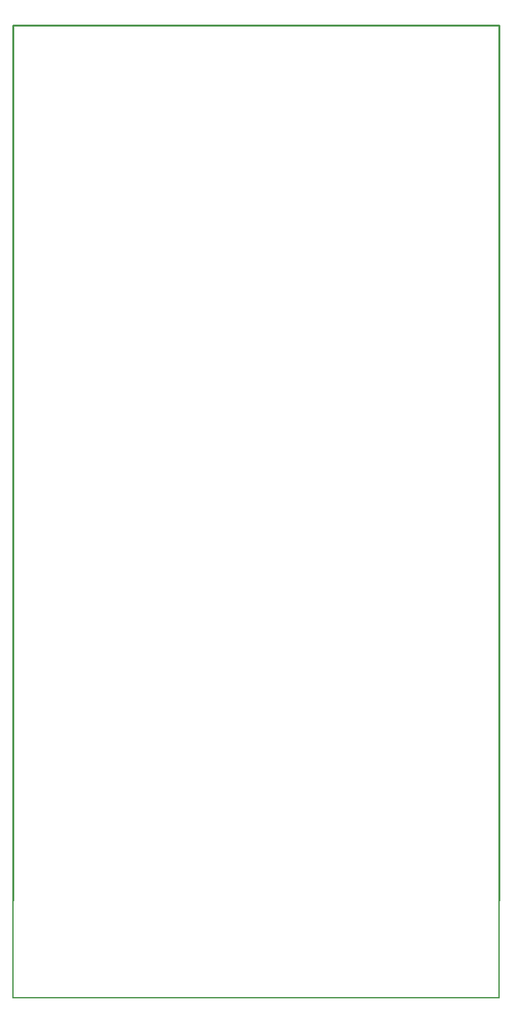
<source format=gm1>
G04 #@! TF.GenerationSoftware,KiCad,Pcbnew,(5.0.2)-1*
G04 #@! TF.CreationDate,2019-01-24T17:57:41-05:00*
G04 #@! TF.ProjectId,modular_backplane,6d6f6475-6c61-4725-9f62-61636b706c61,rev?*
G04 #@! TF.SameCoordinates,Original*
G04 #@! TF.FileFunction,Profile,NP*
%FSLAX46Y46*%
G04 Gerber Fmt 4.6, Leading zero omitted, Abs format (unit mm)*
G04 Created by KiCad (PCBNEW (5.0.2)-1) date 1/24/2019 5:57:41 PM*
%MOMM*%
%LPD*%
G01*
G04 APERTURE LIST*
%ADD10C,0.200000*%
%ADD11C,0.250000*%
G04 APERTURE END LIST*
D10*
X63500000Y-127000000D02*
X63500000Y-114300000D01*
X0Y-127000000D02*
X63500000Y-127000000D01*
X0Y-114300000D02*
X0Y-127000000D01*
D11*
X63500000Y-114300000D02*
X63500000Y-88900000D01*
X0Y-88900000D02*
X0Y-114300000D01*
X63500000Y-88900000D02*
X63500000Y-76200000D01*
X0Y-76200000D02*
X0Y-88900000D01*
X0Y-76200000D02*
X0Y0D01*
X63500000Y0D02*
X63500000Y-76200000D01*
X0Y0D02*
X63500000Y0D01*
M02*

</source>
